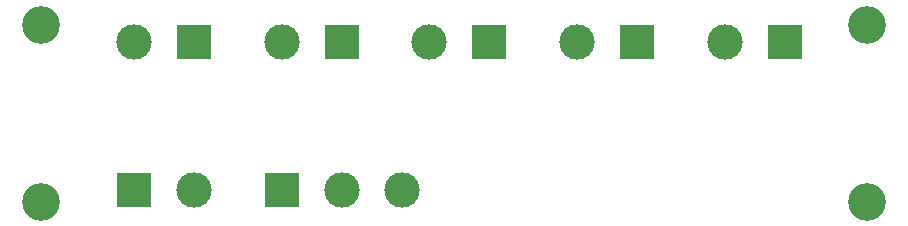
<source format=gbr>
%TF.GenerationSoftware,KiCad,Pcbnew,8.0.1*%
%TF.CreationDate,2024-04-19T10:07:40+02:00*%
%TF.ProjectId,PowerDistributionBoard,506f7765-7244-4697-9374-726962757469,rev?*%
%TF.SameCoordinates,Original*%
%TF.FileFunction,Soldermask,Top*%
%TF.FilePolarity,Negative*%
%FSLAX46Y46*%
G04 Gerber Fmt 4.6, Leading zero omitted, Abs format (unit mm)*
G04 Created by KiCad (PCBNEW 8.0.1) date 2024-04-19 10:07:40*
%MOMM*%
%LPD*%
G01*
G04 APERTURE LIST*
%ADD10R,3.000000X3.000000*%
%ADD11C,3.000000*%
%ADD12C,3.200000*%
G04 APERTURE END LIST*
D10*
%TO.C,J7*%
X147420000Y-50000000D03*
D11*
X152500000Y-50000000D03*
X157580000Y-50000000D03*
%TD*%
D10*
%TO.C,J6*%
X134920000Y-50000000D03*
D11*
X140000000Y-50000000D03*
%TD*%
D10*
%TO.C,J2*%
X152500000Y-37500000D03*
D11*
X147420000Y-37500000D03*
%TD*%
D10*
%TO.C,J1*%
X140000000Y-37500000D03*
D11*
X134920000Y-37500000D03*
%TD*%
D10*
%TO.C,J3*%
X165000000Y-37500000D03*
D11*
X159920000Y-37500000D03*
%TD*%
D10*
%TO.C,J4*%
X177500000Y-37500000D03*
D11*
X172420000Y-37500000D03*
%TD*%
D12*
%TO.C,BL*%
X127000000Y-51000000D03*
%TD*%
%TO.C,BR*%
X197000000Y-51000000D03*
%TD*%
D10*
%TO.C,J5*%
X190000000Y-37500000D03*
D11*
X184920000Y-37500000D03*
%TD*%
D12*
%TO.C,TR*%
X197000000Y-36000000D03*
%TD*%
%TO.C,TL*%
X127000000Y-36000000D03*
%TD*%
M02*

</source>
